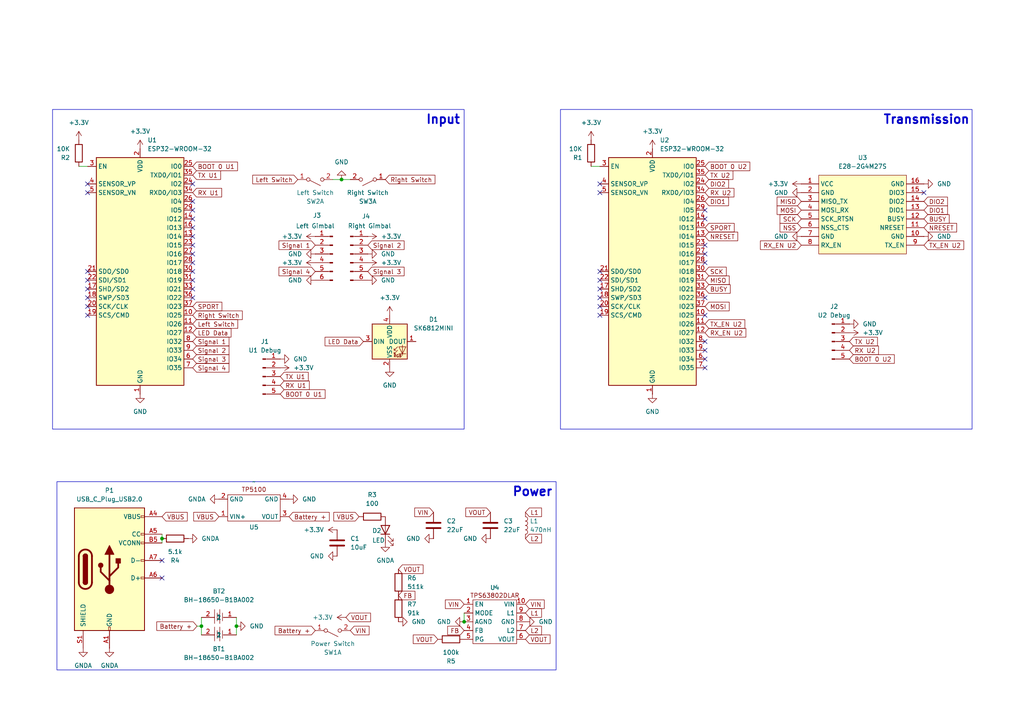
<source format=kicad_sch>
(kicad_sch (version 20250114) (generator "eeschema") (generator_version "9.0")
  (paper "A4")
  (title_block (title "Tadpole FPV Drone Transmitter") (date "2025-06-23") (company "Logan Peterson"))
  (lib_symbols
    (symbol "Connector:Conn_01x05_Pin" (pin_names (offset 1.016) (hide yes))
      (property "Reference" "J" (at 0 7.62 0))
      (property "Value" "Conn_01x05_Pin" (at 0 -7.62 0))
      (symbol "Conn_01x05_Pin_1_1"
        (rectangle (start 0.8636 5.207) (end 0 4.953) (stroke (width 0.1524)) (fill (type outline)))
        (rectangle (start 0.8636 2.667) (end 0 2.413) (stroke (width 0.1524)) (fill (type outline)))
        (rectangle (start 0.8636 0.127) (end 0 -0.127) (stroke (width 0.1524)) (fill (type outline)))
        (rectangle (start 0.8636 -2.413) (end 0 -2.667) (stroke (width 0.1524)) (fill (type outline)))
        (rectangle (start 0.8636 -4.953) (end 0 -5.207) (stroke (width 0.1524)) (fill (type outline)))
        (polyline (pts (xy 1.27 5.08) (xy 0.8636 5.08)) (stroke (width 0.1524)))
        (polyline (pts (xy 1.27 2.54) (xy 0.8636 2.54)) (stroke (width 0.1524)))
        (polyline (pts (xy 1.27 0) (xy 0.8636 0)) (stroke (width 0.1524)))
        (polyline (pts (xy 1.27 -2.54) (xy 0.8636 -2.54)) (stroke (width 0.1524)))
        (polyline (pts (xy 1.27 -5.08) (xy 0.8636 -5.08)) (stroke (width 0.1524)))
        (pin passive line (at 5.08 5.08 180) (length 3.81) (name "Pin_1") (number "1"))
        (pin passive line (at 5.08 2.54 180) (length 3.81) (name "Pin_2") (number "2"))
        (pin passive line (at 5.08 0 180) (length 3.81) (name "Pin_3") (number "3"))
        (pin passive line (at 5.08 -2.54 180) (length 3.81) (name "Pin_4") (number "4"))
        (pin passive line (at 5.08 -5.08 180) (length 3.81) (name "Pin_5") (number "5"))
      )
    )
    (symbol "Connector:Conn_01x06_Pin" (pin_names (offset 1.016) (hide yes))
      (property "Reference" "J" (at 0 7.62 0))
      (property "Value" "Conn_01x06_Pin" (at 0 -10.16 0))
      (symbol "Conn_01x06_Pin_1_1"
        (rectangle (start 0.8636 5.207) (end 0 4.953) (stroke (width 0.1524)) (fill (type outline)))
        (rectangle (start 0.8636 2.667) (end 0 2.413) (stroke (width 0.1524)) (fill (type outline)))
        (rectangle (start 0.8636 0.127) (end 0 -0.127) (stroke (width 0.1524)) (fill (type outline)))
        (rectangle (start 0.8636 -2.413) (end 0 -2.667) (stroke (width 0.1524)) (fill (type outline)))
        (rectangle (start 0.8636 -4.953) (end 0 -5.207) (stroke (width 0.1524)) (fill (type outline)))
        (rectangle (start 0.8636 -7.493) (end 0 -7.747) (stroke (width 0.1524)) (fill (type outline)))
        (polyline (pts (xy 1.27 5.08) (xy 0.8636 5.08)) (stroke (width 0.1524)))
        (polyline (pts (xy 1.27 2.54) (xy 0.8636 2.54)) (stroke (width 0.1524)))
        (polyline (pts (xy 1.27 0) (xy 0.8636 0)) (stroke (width 0.1524)))
        (polyline (pts (xy 1.27 -2.54) (xy 0.8636 -2.54)) (stroke (width 0.1524)))
        (polyline (pts (xy 1.27 -5.08) (xy 0.8636 -5.08)) (stroke (width 0.1524)))
        (polyline (pts (xy 1.27 -7.62) (xy 0.8636 -7.62)) (stroke (width 0.1524)))
        (pin passive line (at 5.08 5.08 180) (length 3.81) (name "Pin_1") (number "1"))
        (pin passive line (at 5.08 2.54 180) (length 3.81) (name "Pin_2") (number "2"))
        (pin passive line (at 5.08 0 180) (length 3.81) (name "Pin_3") (number "3"))
        (pin passive line (at 5.08 -2.54 180) (length 3.81) (name "Pin_4") (number "4"))
        (pin passive line (at 5.08 -5.08 180) (length 3.81) (name "Pin_5") (number "5"))
        (pin passive line (at 5.08 -7.62 180) (length 3.81) (name "Pin_6") (number "6"))
      )
    )
    (symbol "Connector:USB_C_Plug_USB2.0" (pin_names (offset 1.016))
      (property "Reference" "P" (at -10.16 19.05 0))
      (property "Value" "USB_C_Plug_USB2.0" (at 12.7 19.05 0))
      (symbol "USB_C_Plug_USB2.0_0_0"
        (rectangle (start -0.254 -17.78) (end 0.254 -16.764))
        (rectangle (start 10.16 15.494) (end 9.144 14.986))
        (rectangle (start 10.16 10.414) (end 9.144 9.906))
        (rectangle (start 10.16 7.874) (end 9.144 7.366))
        (rectangle (start 10.16 2.794) (end 9.144 2.286))
        (rectangle (start 10.16 -2.286) (end 9.144 -2.794))
      )
      (symbol "USB_C_Plug_USB2.0_0_1"
        (rectangle (start -10.16 17.78) (end 10.16 -17.78) (stroke (width 0.254)) (fill (type background)))
        (polyline (pts (xy -8.89 -3.81) (xy -8.89 3.81)) (stroke (width 0.508)))
        (rectangle (start -7.62 -3.81) (end -6.35 3.81) (stroke (width 0.254)) (fill (type outline)))
        (arc (start -7.62 3.81) (mid -6.985 4.4423) (end -6.35 3.81) (stroke (width 0.254)))
        (arc (start -7.62 3.81) (mid -6.985 4.4423) (end -6.35 3.81) (stroke (width 0.254)) (fill (type outline)))
        (arc (start -8.89 3.81) (mid -6.985 5.7067) (end -5.08 3.81) (stroke (width 0.508)))
        (arc (start -5.08 -3.81) (mid -6.985 -5.7067) (end -8.89 -3.81) (stroke (width 0.508)))
        (arc (start -6.35 -3.81) (mid -6.985 -4.4423) (end -7.62 -3.81) (stroke (width 0.254)))
        (arc (start -6.35 -3.81) (mid -6.985 -4.4423) (end -7.62 -3.81) (stroke (width 0.254)) (fill (type outline)))
        (polyline (pts (xy -5.08 3.81) (xy -5.08 -3.81)) (stroke (width 0.508)))
        (circle (center -2.54 1.143) (radius 0.635) (stroke (width 0.254)) (fill (type outline)))
        (polyline (pts (xy -1.27 4.318) (xy 0 6.858) (xy 1.27 4.318) (xy -1.27 4.318)) (stroke (width 0.254)) (fill (type outline)))
        (polyline (pts (xy 0 -2.032) (xy 2.54 0.508) (xy 2.54 1.778)) (stroke (width 0.508)))
        (polyline (pts (xy 0 -3.302) (xy -2.54 -0.762) (xy -2.54 0.508)) (stroke (width 0.508)))
        (polyline (pts (xy 0 -5.842) (xy 0 4.318)) (stroke (width 0.508)))
        (circle (center 0 -5.842) (radius 1.27) (fill (type outline)))
        (rectangle (start 1.905 1.778) (end 3.175 3.048) (stroke (width 0.254)) (fill (type outline)))
      )
      (symbol "USB_C_Plug_USB2.0_1_1"
        (pin passive line (at -7.62 -22.86 90) (length 5.08) (name "SHIELD") (number "S1"))
        (pin passive line (at 0 -22.86 90) (length 5.08) (name "GND") (number "A1"))
        (pin passive line (at 0 -22.86 90) (length 5.08) (hide yes) (name "GND") (number "A12"))
        (pin passive line (at 0 -22.86 90) (length 5.08) (hide yes) (name "GND") (number "B1"))
        (pin passive line (at 0 -22.86 90) (length 5.08) (hide yes) (name "GND") (number "B12"))
        (pin passive line (at 15.24 15.24 180) (length 5.08) (name "VBUS") (number "A4"))
        (pin passive line (at 15.24 15.24 180) (length 5.08) (hide yes) (name "VBUS") (number "A9"))
        (pin passive line (at 15.24 15.24 180) (length 5.08) (hide yes) (name "VBUS") (number "B4"))
        (pin passive line (at 15.24 15.24 180) (length 5.08) (hide yes) (name "VBUS") (number "B9"))
        (pin bidirectional line (at 15.24 10.16 180) (length 5.08) (name "CC") (number "A5"))
        (pin bidirectional line (at 15.24 7.62 180) (length 5.08) (name "VCONN") (number "B5"))
        (pin bidirectional line (at 15.24 2.54 180) (length 5.08) (name "D-") (number "A7"))
        (pin bidirectional line (at 15.24 -2.54 180) (length 5.08) (name "D+") (number "A6"))
      )
    )
    (symbol "Custom:BH-18650-B1BA002"
      (property "Reference" "BT" (at 0 5.08 0))
      (property "Value" "BH-18650-B1BA002" (at 0 -5.08 0))
      (symbol "BH-18650-B1BA002_0_1"
        (polyline (pts (xy -1.27 2.29) (xy -1.27 -1.78)))
        (polyline (pts (xy -0.51 1.27) (xy -0.51 -1.02)))
        (polyline (pts (xy 0.25 2.29) (xy 0.25 -1.78)))
        (polyline (pts (xy 1.02 1.27) (xy 1.02 -1.02)))
        (pin input line (at -5.08 0 0) (length 3.81) (name "2") (number "2"))
        (pin input line (at 5.08 0 180) (length 3.81) (name "1") (number "1"))
      )
    )
    (symbol "Custom:E28-2G4M27S"
      (property "Reference" "U" (at 0 10.16 0))
      (property "Value" "E28-2G4M27S" (at 0 -17.78 0))
      (symbol "E28-2G4M27S_0_1"
        (rectangle (start -12.7 7.62) (end 12.7 -15.24) (fill (type background)))
        (pin unspecified line (at -17.78 5.08 0) (length 5.08) (name "VCC") (number "1"))
        (pin unspecified line (at -17.78 2.54 0) (length 5.08) (name "GND") (number "2"))
        (pin unspecified line (at -17.78 0 0) (length 5.08) (name "MISO_TX") (number "3"))
        (pin unspecified line (at -17.78 -2.54 0) (length 5.08) (name "MOSI_RX") (number "4"))
        (pin unspecified line (at -17.78 -5.08 0) (length 5.08) (name "SCK_RTSN") (number "5"))
        (pin unspecified line (at -17.78 -7.62 0) (length 5.08) (name "NSS_CTS") (number "6"))
        (pin unspecified line (at -17.78 -10.16 0) (length 5.08) (name "GND") (number "7"))
        (pin unspecified line (at -17.78 -12.7 0) (length 5.08) (name "RX_EN") (number "8"))
        (pin unspecified line (at 17.78 5.08 180) (length 5.08) (name "GND") (number "16"))
        (pin unspecified line (at 17.78 2.54 180) (length 5.08) (name "DIO3") (number "15"))
        (pin unspecified line (at 17.78 0 180) (length 5.08) (name "DIO2") (number "14"))
        (pin unspecified line (at 17.78 -2.54 180) (length 5.08) (name "DIO1") (number "13"))
        (pin unspecified line (at 17.78 -5.08 180) (length 5.08) (name "BUSY") (number "12"))
        (pin unspecified line (at 17.78 -7.62 180) (length 5.08) (name "NRESET") (number "11"))
        (pin unspecified line (at 17.78 -10.16 180) (length 5.08) (name "GND") (number "10"))
        (pin unspecified line (at 17.78 -12.7 180) (length 5.08) (name "TX_EN") (number "9"))
      )
    )
    (symbol "Custom:TP5100"
      (property "Reference" "U" (at -8.89 0.762 0))
      (symbol "TP5100_0_1"
        (rectangle (start -7.62 3.81) (end 7.62 -3.81))
      )
      (symbol "TP5100_1_1"
        (text "TP5100" (at 0 5.334 0) (effects (font (size 1.27 1.27))))
        (pin power_in line (at -10.16 2.54 0) (length 2.54) (name "GND") (number "2"))
        (pin power_in line (at -10.16 -2.54 0) (length 2.54) (name "VIN+") (number "1"))
        (pin power_out line (at 10.16 2.54 180) (length 2.54) (name "GND") (number "4"))
        (pin power_out line (at 10.16 -2.54 180) (length 2.54) (name "VOUT") (number "3"))
      )
    )
    (symbol "Custom:TPS63802DLAR"
      (property "Reference" "U" (at 0 7.112 0))
      (symbol "TPS63802DLAR_0_1"
        (rectangle (start -6.35 3.81) (end 6.35 -8.89))
      )
      (symbol "TPS63802DLAR_1_1"
        (text "TPS63802DLAR" (at 0 5.08 0) (effects (font (size 1.27 1.27))))
        (pin input line (at -8.89 2.54 0) (length 2.54) (name "EN") (number "1"))
        (pin input line (at -8.89 0 0) (length 2.54) (name "MODE") (number "2"))
        (pin bidirectional line (at -8.89 -2.54 0) (length 2.54) (name "AGND") (number "3"))
        (pin bidirectional line (at -8.89 -5.08 0) (length 2.54) (name "FB") (number "4"))
        (pin bidirectional line (at -8.89 -7.62 0) (length 2.54) (name "PG") (number "5"))
        (pin power_in line (at 8.89 2.54 180) (length 2.54) (name "VIN") (number "10"))
        (pin bidirectional line (at 8.89 0 180) (length 2.54) (name "L1") (number "9"))
        (pin bidirectional line (at 8.89 -2.54 180) (length 2.54) (name "GND") (number "8"))
        (pin bidirectional line (at 8.89 -5.08 180) (length 2.54) (name "L2") (number "7"))
        (pin power_out line (at 8.89 -7.62 180) (length 2.54) (name "VOUT") (number "6"))
      )
    )
    (symbol "Device:C" (pin_numbers (hide yes)) (pin_names (offset 0.254))
      (property "Reference" "C" (at 0.635 2.54 0))
      (property "Value" "C" (at 0.635 -2.54 0))
      (symbol "C_0_1"
        (polyline (pts (xy -2.032 0.762) (xy 2.032 0.762)) (stroke (width 0.508)))
        (polyline (pts (xy -2.032 -0.762) (xy 2.032 -0.762)) (stroke (width 0.508)))
      )
      (symbol "C_1_1"
        (pin passive line (at 0 3.81 270) (length 2.794) (name "~") (number "1"))
        (pin passive line (at 0 -3.81 90) (length 2.794) (name "~") (number "2"))
      )
    )
    (symbol "Device:L" (pin_numbers (hide yes)) (pin_names (offset 1.016) (hide yes))
      (property "Reference" "L" (at -1.27 0 90))
      (property "Value" "L" (at 1.905 0 90))
      (symbol "L_0_1"
        (arc (start 0 2.54) (mid 0.6323 1.905) (end 0 1.27))
        (arc (start 0 1.27) (mid 0.6323 0.635) (end 0 0))
        (arc (start 0 0) (mid 0.6323 -0.635) (end 0 -1.27))
        (arc (start 0 -1.27) (mid 0.6323 -1.905) (end 0 -2.54))
      )
      (symbol "L_1_1"
        (pin passive line (at 0 3.81 270) (length 1.27) (name "1") (number "1"))
        (pin passive line (at 0 -3.81 90) (length 1.27) (name "2") (number "2"))
      )
    )
    (symbol "Device:LED" (pin_numbers (hide yes)) (pin_names (offset 1.016) (hide yes))
      (property "Reference" "D" (at 0 2.54 0))
      (property "Value" "LED" (at 0 -2.54 0))
      (symbol "LED_0_1"
        (polyline (pts (xy -3.048 -0.762) (xy -4.572 -2.286) (xy -3.81 -2.286) (xy -4.572 -2.286) (xy -4.572 -1.524)))
        (polyline (pts (xy -1.778 -0.762) (xy -3.302 -2.286) (xy -2.54 -2.286) (xy -3.302 -2.286) (xy -3.302 -1.524)))
        (polyline (pts (xy -1.27 0) (xy 1.27 0)))
        (polyline (pts (xy -1.27 -1.27) (xy -1.27 1.27)) (stroke (width 0.254)))
        (polyline (pts (xy 1.27 -1.27) (xy 1.27 1.27) (xy -1.27 0) (xy 1.27 -1.27)) (stroke (width 0.254)))
      )
      (symbol "LED_1_1"
        (pin passive line (at -3.81 0 0) (length 2.54) (name "K") (number "1"))
        (pin passive line (at 3.81 0 180) (length 2.54) (name "A") (number "2"))
      )
    )
    (symbol "Device:R" (pin_numbers (hide yes)) (pin_names (offset 0))
      (property "Reference" "R" (at 2.032 0 90))
      (property "Value" "R" (at 0 0 90))
      (symbol "R_0_1"
        (rectangle (start -1.016 -2.54) (end 1.016 2.54) (stroke (width 0.254)))
      )
      (symbol "R_1_1"
        (pin passive line (at 0 3.81 270) (length 1.27) (name "~") (number "1"))
        (pin passive line (at 0 -3.81 90) (length 1.27) (name "~") (number "2"))
      )
    )
    (symbol "LED:SK6812MINI" (pin_names (offset 0.254))
      (property "Reference" "D" (at 5.08 5.715 0))
      (property "Value" "SK6812MINI" (at 1.27 -5.715 0))
      (symbol "SK6812MINI_0_0"
        (text "RGB" (at 2.286 -4.191 0) (effects (font (size 0.762 0.762))))
      )
      (symbol "SK6812MINI_0_1"
        (polyline (pts (xy 1.27 -2.54) (xy 1.778 -2.54)))
        (polyline (pts (xy 1.27 -3.556) (xy 1.778 -3.556)))
        (polyline (pts (xy 2.286 -1.524) (xy 1.27 -2.54) (xy 1.27 -2.032)))
        (polyline (pts (xy 2.286 -2.54) (xy 1.27 -3.556) (xy 1.27 -3.048)))
        (polyline (pts (xy 3.683 -1.016) (xy 3.683 -3.556) (xy 3.683 -4.064)))
        (polyline (pts (xy 4.699 -1.524) (xy 2.667 -1.524) (xy 3.683 -3.556) (xy 4.699 -1.524)))
        (polyline (pts (xy 4.699 -3.556) (xy 2.667 -3.556)))
        (rectangle (start 5.08 5.08) (end -5.08 -5.08) (stroke (width 0.254)) (fill (type background)))
      )
      (symbol "SK6812MINI_1_1"
        (pin input line (at -7.62 0 0) (length 2.54) (name "DIN") (number "3"))
        (pin power_in line (at 0 7.62 270) (length 2.54) (name "VDD") (number "4"))
        (pin power_in line (at 0 -7.62 90) (length 2.54) (name "VSS") (number "2"))
        (pin output line (at 7.62 0 180) (length 2.54) (name "DOUT") (number "1"))
      )
    )
    (symbol "RF_Module:ESP32-WROOM-32"
      (property "Reference" "U" (at -12.7 34.29 0))
      (property "Value" "ESP32-WROOM-32" (at 1.27 34.29 0))
      (symbol "ESP32-WROOM-32_0_1"
        (rectangle (start -12.7 33.02) (end 12.7 -33.02) (stroke (width 0.254)) (fill (type background)))
      )
      (symbol "ESP32-WROOM-32_1_1"
        (pin input line (at -15.24 30.48 0) (length 2.54) (name "EN") (number "3"))
        (pin input line (at -15.24 25.4 0) (length 2.54) (name "SENSOR_VP") (number "4"))
        (pin input line (at -15.24 22.86 0) (length 2.54) (name "SENSOR_VN") (number "5"))
        (pin bidirectional line (at -15.24 0 0) (length 2.54) (name "SDO/SD0") (number "21"))
        (pin bidirectional line (at -15.24 -2.54 0) (length 2.54) (name "SDI/SD1") (number "22"))
        (pin bidirectional line (at -15.24 -5.08 0) (length 2.54) (name "SHD/SD2") (number "17"))
        (pin bidirectional line (at -15.24 -7.62 0) (length 2.54) (name "SWP/SD3") (number "18"))
        (pin bidirectional line (at -15.24 -10.16 0) (length 2.54) (name "SCK/CLK") (number "20"))
        (pin bidirectional line (at -15.24 -12.7 0) (length 2.54) (name "SCS/CMD") (number "19"))
        (pin no_connect line (at -12.7 -27.94 0) (length 2.54) (hide yes) (name "NC") (number "32"))
        (pin power_in line (at 0 35.56 270) (length 2.54) (name "VDD") (number "2"))
        (pin power_in line (at 0 -35.56 90) (length 2.54) (name "GND") (number "1"))
        (pin passive line (at 0 -35.56 90) (length 2.54) (hide yes) (name "GND") (number "15"))
        (pin passive line (at 0 -35.56 90) (length 2.54) (hide yes) (name "GND") (number "38"))
        (pin passive line (at 0 -35.56 90) (length 2.54) (hide yes) (name "GND") (number "39"))
        (pin bidirectional line (at 15.24 30.48 180) (length 2.54) (name "IO0") (number "25"))
        (pin bidirectional line (at 15.24 27.94 180) (length 2.54) (name "TXD0/IO1") (number "35"))
        (pin bidirectional line (at 15.24 25.4 180) (length 2.54) (name "IO2") (number "24"))
        (pin bidirectional line (at 15.24 22.86 180) (length 2.54) (name "RXD0/IO3") (number "34"))
        (pin bidirectional line (at 15.24 20.32 180) (length 2.54) (name "IO4") (number "26"))
        (pin bidirectional line (at 15.24 17.78 180) (length 2.54) (name "IO5") (number "29"))
        (pin bidirectional line (at 15.24 15.24 180) (length 2.54) (name "IO12") (number "14"))
        (pin bidirectional line (at 15.24 12.7 180) (length 2.54) (name "IO13") (number "16"))
        (pin bidirectional line (at 15.24 10.16 180) (length 2.54) (name "IO14") (number "13"))
        (pin bidirectional line (at 15.24 7.62 180) (length 2.54) (name "IO15") (number "23"))
        (pin bidirectional line (at 15.24 5.08 180) (length 2.54) (name "IO16") (number "27"))
        (pin bidirectional line (at 15.24 2.54 180) (length 2.54) (name "IO17") (number "28"))
        (pin bidirectional line (at 15.24 0 180) (length 2.54) (name "IO18") (number "30"))
        (pin bidirectional line (at 15.24 -2.54 180) (length 2.54) (name "IO19") (number "31"))
        (pin bidirectional line (at 15.24 -5.08 180) (length 2.54) (name "IO21") (number "33"))
        (pin bidirectional line (at 15.24 -7.62 180) (length 2.54) (name "IO22") (number "36"))
        (pin bidirectional line (at 15.24 -10.16 180) (length 2.54) (name "IO23") (number "37"))
        (pin bidirectional line (at 15.24 -12.7 180) (length 2.54) (name "IO25") (number "10"))
        (pin bidirectional line (at 15.24 -15.24 180) (length 2.54) (name "IO26") (number "11"))
        (pin bidirectional line (at 15.24 -17.78 180) (length 2.54) (name "IO27") (number "12"))
        (pin bidirectional line (at 15.24 -20.32 180) (length 2.54) (name "IO32") (number "8"))
        (pin bidirectional line (at 15.24 -22.86 180) (length 2.54) (name "IO33") (number "9"))
        (pin input line (at 15.24 -25.4 180) (length 2.54) (name "IO34") (number "6"))
        (pin input line (at 15.24 -27.94 180) (length 2.54) (name "IO35") (number "7"))
      )
    )
    (symbol "Switch:SW_DPST_x2" (pin_names (offset 0) (hide yes))
      (property "Reference" "SW" (at 0 3.175 0))
      (property "Value" "SW_DPST_x2" (at 0 -2.54 0))
      (symbol "SW_DPST_x2_0_0"
        (circle (center -2.032 0) (radius 0.508))
        (polyline (pts (xy -1.524 0.254) (xy 1.524 1.778)))
        (circle (center 2.032 0) (radius 0.508))
      )
      (symbol "SW_DPST_x2_1_1"
        (pin passive line (at -5.08 0 0) (length 2.54) (name "A") (number "1"))
        (pin passive line (at 5.08 0 180) (length 2.54) (name "B") (number "2"))
      )
      (symbol "SW_DPST_x2_2_1"
        (pin passive line (at -5.08 0 0) (length 2.54) (name "A") (number "3"))
        (pin passive line (at 5.08 0 180) (length 2.54) (name "B") (number "4"))
      )
    )
    (symbol "power:+3.3V" (power) (pin_numbers (hide yes)) (pin_names (offset 0) (hide yes))
      (property "Value" "+3.3V" (at 0 3.556 0))
      (symbol "+3.3V_0_1"
        (polyline (pts (xy -0.762 1.27) (xy 0 2.54)))
        (polyline (pts (xy 0 2.54) (xy 0.762 1.27)))
        (polyline (pts (xy 0 0) (xy 0 2.54)))
      )
      (symbol "+3.3V_1_1"
        (pin power_in line (at 0 0 90) (length 0) (name "~") (number "1"))
      )
    )
    (symbol "power:GND" (power) (pin_numbers (hide yes)) (pin_names (offset 0) (hide yes))
      (property "Value" "GND" (at 0 -3.81 0))
      (symbol "GND_0_1"
        (polyline (pts (xy 0 0) (xy 0 -1.27) (xy 1.27 -1.27) (xy 0 -2.54) (xy -1.27 -1.27) (xy 0 -1.27)))
      )
      (symbol "GND_1_1"
        (pin power_in line (at 0 0 270) (length 0) (name "~") (number "1"))
      )
    )
    (symbol "power:GNDA" (power) (pin_numbers (hide yes)) (pin_names (offset 0) (hide yes))
      (property "Value" "GNDA" (at 0 -3.81 0))
      (symbol "GNDA_0_1"
        (polyline (pts (xy 0 0) (xy 0 -1.27) (xy 1.27 -1.27) (xy 0 -2.54) (xy -1.27 -1.27) (xy 0 -1.27)))
      )
      (symbol "GNDA_1_1"
        (pin power_in line (at 0 0 270) (length 0) (name "~") (number "1"))
      )
    )
  )
  (rectangle (start 16.51 139.7) (end 161.29 194.31))
  (rectangle (start 15.24 31.75) (end 134.62 124.46))
  (rectangle (start 162.56 31.75) (end 281.94 124.46))
  (text "Transmission\n" (at 268.732 34.798 0) (effects (font (size 2.54 2.54) (thickness 0.508) (bold yes))))
  (text "Input" (at 128.524 34.798 0) (effects (font (size 2.54 2.54) (thickness 0.508) (bold yes))))
  (text "Power" (at 154.432 142.748 0) (effects (font (size 2.54 2.54) (thickness 0.508) (bold yes))))
  (junction (at 46.99 156.21))
  (junction (at 99.06 52.07))
  (junction (at 134.62 180.34))
  (junction (at 58.42 181.61))
  (junction (at 68.58 181.61))
  (no_connect (at 55.88 78.74))
  (no_connect (at 204.47 101.6))
  (no_connect (at 173.99 86.36))
  (no_connect (at 173.99 91.44))
  (no_connect (at 55.88 63.5))
  (no_connect (at 25.4 88.9))
  (no_connect (at 55.88 71.12))
  (no_connect (at 55.88 68.58))
  (no_connect (at 55.88 86.36))
  (no_connect (at 173.99 78.74))
  (no_connect (at 204.47 76.2))
  (no_connect (at 25.4 53.34))
  (no_connect (at 173.99 88.9))
  (no_connect (at 25.4 86.36))
  (no_connect (at 55.88 58.42))
  (no_connect (at 204.47 91.44))
  (no_connect (at 25.4 55.88))
  (no_connect (at 173.99 53.34))
  (no_connect (at 204.47 104.14))
  (no_connect (at 55.88 66.04))
  (no_connect (at 25.4 81.28))
  (no_connect (at 204.47 99.06))
  (no_connect (at 204.47 86.36))
  (no_connect (at 173.99 81.28))
  (no_connect (at 204.47 106.68))
  (no_connect (at 55.88 76.2))
  (no_connect (at 55.88 60.96))
  (no_connect (at 55.88 73.66))
  (no_connect (at 173.99 83.82))
  (no_connect (at 46.99 167.64))
  (no_connect (at 204.47 73.66))
  (no_connect (at 25.4 78.74))
  (no_connect (at 204.47 71.12))
  (no_connect (at 25.4 91.44))
  (no_connect (at 173.99 55.88))
  (no_connect (at 46.99 162.56))
  (no_connect (at 55.88 83.82))
  (no_connect (at 204.47 63.5))
  (no_connect (at 25.4 83.82))
  (no_connect (at 204.47 60.96))
  (no_connect (at 267.97 55.88))
  (no_connect (at 55.88 53.34))
  (no_connect (at 55.88 81.28))
  (wire (pts (xy 58.42 181.61) (xy 58.42 184.15)))
  (wire (pts (xy 57.15 181.61) (xy 58.42 181.61)))
  (wire (pts (xy 46.99 156.21) (xy 46.99 157.48)))
  (wire (pts (xy 68.58 179.07) (xy 68.58 181.61)))
  (wire (pts (xy 134.62 177.8) (xy 134.62 180.34)))
  (wire (pts (xy 96.52 52.07) (xy 99.06 52.07)))
  (wire (pts (xy 68.58 181.61) (xy 68.58 184.15)))
  (wire (pts (xy 58.42 179.07) (xy 58.42 181.61)))
  (wire (pts (xy 46.99 154.94) (xy 46.99 156.21)))
  (wire (pts (xy 22.86 48.26) (xy 25.4 48.26)))
  (wire (pts (xy 99.06 52.07) (xy 101.6 52.07)))
  (wire (pts (xy 171.45 48.26) (xy 173.99 48.26)))
  (global_label "VOUT" (shape input) (at 100.33 179.07 0) (property "Intersheetrefs" "${INTERSHEET_REFS}" (effects (hide yes))))
  (global_label "Signal 2" (shape input) (at 55.88 101.6 0) (property "Intersheetrefs" "${INTERSHEET_REFS}" (effects (hide yes))))
  (global_label "Left Switch" (shape input) (at 55.88 93.98 0) (property "Intersheetrefs" "${INTERSHEET_REFS}" (effects (hide yes))))
  (global_label "BOOT 0 U1" (shape input) (at 55.88 48.26 0) (property "Intersheetrefs" "${INTERSHEET_REFS}" (effects (hide yes))))
  (global_label "LED Data" (shape input) (at 55.88 96.52 0) (property "Intersheetrefs" "${INTERSHEET_REFS}" (effects (hide yes))))
  (global_label "FB" (shape input) (at 115.57 172.72 0) (property "Intersheetrefs" "${INTERSHEET_REFS}" (effects (hide yes))))
  (global_label "TX_EN U2" (shape input) (at 204.47 93.98 0) (property "Intersheetrefs" "${INTERSHEET_REFS}" (effects (hide yes))))
  (global_label "Signal 1" (shape input) (at 55.88 99.06 0) (property "Intersheetrefs" "${INTERSHEET_REFS}" (effects (hide yes))))
  (global_label "RX_EN U2" (shape input) (at 232.41 71.12 180) (property "Intersheetrefs" "${INTERSHEET_REFS}" (effects (hide yes))))
  (global_label "DIO1" (shape input) (at 204.47 58.42 0) (property "Intersheetrefs" "${INTERSHEET_REFS}" (effects (hide yes))))
  (global_label "BUSY" (shape input) (at 267.97 63.5 0) (property "Intersheetrefs" "${INTERSHEET_REFS}" (effects (hide yes))))
  (global_label "VOUT" (shape input) (at 115.57 165.1 0) (property "Intersheetrefs" "${INTERSHEET_REFS}" (effects (hide yes))))
  (global_label "BOOT 0 U2" (shape input) (at 246.38 104.14 0) (property "Intersheetrefs" "${INTERSHEET_REFS}" (effects (hide yes))))
  (global_label "VIN" (shape input) (at 134.62 175.26 180) (property "Intersheetrefs" "${INTERSHEET_REFS}" (effects (hide yes))))
  (global_label "RX U1" (shape input) (at 55.88 55.88 0) (property "Intersheetrefs" "${INTERSHEET_REFS}" (effects (hide yes))))
  (global_label "BOOT 0 U1" (shape input) (at 81.28 114.3 0) (property "Intersheetrefs" "${INTERSHEET_REFS}" (effects (hide yes))))
  (global_label "L1" (shape input) (at 152.4 177.8 0) (property "Intersheetrefs" "${INTERSHEET_REFS}" (effects (hide yes))))
  (global_label "Battery +" (shape input) (at 57.15 181.61 180) (property "Intersheetrefs" "${INTERSHEET_REFS}" (effects (hide yes))))
  (global_label "DIO1" (shape input) (at 267.97 60.96 0) (property "Intersheetrefs" "${INTERSHEET_REFS}" (effects (hide yes))))
  (global_label "TX U1" (shape input) (at 81.28 109.22 0) (property "Intersheetrefs" "${INTERSHEET_REFS}" (effects (hide yes))))
  (global_label "L1" (shape input) (at 152.4 148.59 0) (property "Intersheetrefs" "${INTERSHEET_REFS}" (effects (hide yes))))
  (global_label "SCK" (shape input) (at 232.41 63.5 180) (property "Intersheetrefs" "${INTERSHEET_REFS}" (effects (hide yes))))
  (global_label "SPORT" (shape input) (at 55.88 88.9 0) (property "Intersheetrefs" "${INTERSHEET_REFS}" (effects (hide yes))))
  (global_label "VBUS" (shape input) (at 46.99 149.86 0) (property "Intersheetrefs" "${INTERSHEET_REFS}" (effects (hide yes))))
  (global_label "Signal 3" (shape input) (at 55.88 104.14 0) (property "Intersheetrefs" "${INTERSHEET_REFS}" (effects (hide yes))))
  (global_label "RX U2" (shape input) (at 246.38 101.6 0) (property "Intersheetrefs" "${INTERSHEET_REFS}" (effects (hide yes))))
  (global_label "BUSY" (shape input) (at 204.47 83.82 0) (property "Intersheetrefs" "${INTERSHEET_REFS}" (effects (hide yes))))
  (global_label "VOUT" (shape input) (at 142.24 148.59 180) (property "Intersheetrefs" "${INTERSHEET_REFS}" (effects (hide yes))))
  (global_label "VOUT" (shape input) (at 127 185.42 180) (property "Intersheetrefs" "${INTERSHEET_REFS}" (effects (hide yes))))
  (global_label "MISO" (shape input) (at 232.41 58.42 180) (property "Intersheetrefs" "${INTERSHEET_REFS}" (effects (hide yes))))
  (global_label "DIO2" (shape input) (at 204.47 53.34 0) (property "Intersheetrefs" "${INTERSHEET_REFS}" (effects (hide yes))))
  (global_label "VOUT" (shape input) (at 152.4 185.42 0) (property "Intersheetrefs" "${INTERSHEET_REFS}" (effects (hide yes))))
  (global_label "Right Switch" (shape input) (at 111.76 52.07 0) (property "Intersheetrefs" "${INTERSHEET_REFS}" (effects (hide yes))))
  (global_label "VBUS" (shape input) (at 104.14 149.86 180) (property "Intersheetrefs" "${INTERSHEET_REFS}" (effects (hide yes))))
  (global_label "Right Switch" (shape input) (at 55.88 91.44 0) (property "Intersheetrefs" "${INTERSHEET_REFS}" (effects (hide yes))))
  (global_label "L2" (shape input) (at 152.4 156.21 0) (property "Intersheetrefs" "${INTERSHEET_REFS}" (effects (hide yes))))
  (global_label "Signal 2" (shape input) (at 106.68 71.12 0) (property "Intersheetrefs" "${INTERSHEET_REFS}" (effects (hide yes))))
  (global_label "VIN" (shape input) (at 125.73 148.59 180) (property "Intersheetrefs" "${INTERSHEET_REFS}" (effects (hide yes))))
  (global_label "TX U1" (shape input) (at 55.88 50.8 0) (property "Intersheetrefs" "${INTERSHEET_REFS}" (effects (hide yes))))
  (global_label "FB" (shape input) (at 134.62 182.88 180) (property "Intersheetrefs" "${INTERSHEET_REFS}" (effects (hide yes))))
  (global_label "VIN" (shape input) (at 101.6 182.88 0) (property "Intersheetrefs" "${INTERSHEET_REFS}" (effects (hide yes))))
  (global_label "BOOT 0 U2" (shape input) (at 204.47 48.26 0) (property "Intersheetrefs" "${INTERSHEET_REFS}" (effects (hide yes))))
  (global_label "Battery +" (shape input) (at 91.44 182.88 180) (property "Intersheetrefs" "${INTERSHEET_REFS}" (effects (hide yes))))
  (global_label "TX U2" (shape input) (at 246.38 99.06 0) (property "Intersheetrefs" "${INTERSHEET_REFS}" (effects (hide yes))))
  (global_label "Signal 4" (shape input) (at 91.44 78.74 180) (property "Intersheetrefs" "${INTERSHEET_REFS}" (effects (hide yes))))
  (global_label "DIO2" (shape input) (at 267.97 58.42 0) (property "Intersheetrefs" "${INTERSHEET_REFS}" (effects (hide yes))))
  (global_label "L2" (shape input) (at 152.4 182.88 0) (property "Intersheetrefs" "${INTERSHEET_REFS}" (effects (hide yes))))
  (global_label "VIN" (shape input) (at 152.4 175.26 0) (property "Intersheetrefs" "${INTERSHEET_REFS}" (effects (hide yes))))
  (global_label "Signal 3" (shape input) (at 106.68 78.74 0) (property "Intersheetrefs" "${INTERSHEET_REFS}" (effects (hide yes))))
  (global_label "MOSI" (shape input) (at 204.47 88.9 0) (property "Intersheetrefs" "${INTERSHEET_REFS}" (effects (hide yes))))
  (global_label "RX U1" (shape input) (at 81.28 111.76 0) (property "Intersheetrefs" "${INTERSHEET_REFS}" (effects (hide yes))))
  (global_label "RX U2" (shape input) (at 204.47 55.88 0) (property "Intersheetrefs" "${INTERSHEET_REFS}" (effects (hide yes))))
  (global_label "SPORT" (shape input) (at 204.47 66.04 0) (property "Intersheetrefs" "${INTERSHEET_REFS}" (effects (hide yes))))
  (global_label "Battery +" (shape input) (at 83.82 149.86 0) (property "Intersheetrefs" "${INTERSHEET_REFS}" (effects (hide yes))))
  (global_label "Signal 1" (shape input) (at 91.44 71.12 180) (property "Intersheetrefs" "${INTERSHEET_REFS}" (effects (hide yes))))
  (global_label "RX_EN U2" (shape input) (at 204.47 96.52 0) (property "Intersheetrefs" "${INTERSHEET_REFS}" (effects (hide yes))))
  (global_label "MOSI" (shape input) (at 232.41 60.96 180) (property "Intersheetrefs" "${INTERSHEET_REFS}" (effects (hide yes))))
  (global_label "TX U2" (shape input) (at 204.47 50.8 0) (property "Intersheetrefs" "${INTERSHEET_REFS}" (effects (hide yes))))
  (global_label "LED Data" (shape input) (at 105.41 99.06 180) (property "Intersheetrefs" "${INTERSHEET_REFS}" (effects (hide yes))))
  (global_label "Left Switch" (shape input) (at 86.36 52.07 180) (property "Intersheetrefs" "${INTERSHEET_REFS}" (effects (hide yes))))
  (global_label "TX_EN U2" (shape input) (at 267.97 71.12 0) (property "Intersheetrefs" "${INTERSHEET_REFS}" (effects (hide yes))))
  (global_label "VBUS" (shape input) (at 63.5 149.86 180) (property "Intersheetrefs" "${INTERSHEET_REFS}" (effects (hide yes))))
  (global_label "MISO" (shape input) (at 204.47 81.28 0) (property "Intersheetrefs" "${INTERSHEET_REFS}" (effects (hide yes))))
  (global_label "Signal 4" (shape input) (at 55.88 106.68 0) (property "Intersheetrefs" "${INTERSHEET_REFS}" (effects (hide yes))))
  (global_label "NRESET" (shape input) (at 204.47 68.58 0) (property "Intersheetrefs" "${INTERSHEET_REFS}" (effects (hide yes))))
  (global_label "NSS" (shape input) (at 232.41 66.04 180) (property "Intersheetrefs" "${INTERSHEET_REFS}" (effects (hide yes))))
  (global_label "NRESET" (shape input) (at 267.97 66.04 0) (property "Intersheetrefs" "${INTERSHEET_REFS}" (effects (hide yes))))
  (global_label "SCK" (shape input) (at 204.47 78.74 0) (property "Intersheetrefs" "${INTERSHEET_REFS}" (effects (hide yes))))
  (symbol (lib_id "power:+3.3V") (at 106.68 68.58 270) (unit 1)
    (property "Reference" "#PWR027" (effects (hide yes)))
    (property "Value" "+3.3V" (at 110.49 68.5799 90) (effects (justify left)))
    (property "Description" "Power symbol creates a global label with name \"+3.3V\"" (effects (hide yes)))
  )
  (symbol (lib_id "Device:L") (at 152.4 152.4 0) (unit 1)
    (property "Reference" "L1" (at 153.67 151.1299 0) (effects (justify left)))
    (property "Value" "470nH" (at 153.67 153.6699 0) (effects (justify left)))
    (property "Footprint" "Custom:IND-SMD_L4.0-W4.0_XGL4020" (effects (hide yes)))
    (property "Description" "Inductor" (effects (hide yes)))
  )
  (symbol (lib_id "power:GNDA") (at 31.75 187.96 0) (unit 1)
    (property "Reference" "#PWR04" (effects (hide yes)))
    (property "Value" "GNDA" (at 31.75 193.04 0))
    (property "Description" "Power symbol creates a global label with name \"GNDA\" , analog ground" (effects (hide yes)))
  )
  (symbol (lib_id "Custom:TPS63802DLAR") (at 143.51 177.8 0) (unit 1)
    (property "Reference" "U4" (at 143.51 170.434 0))
    (property "Value" "~" (at 143.51 170.18 0))
    (property "Footprint" "Custom:VSON-10_L3.0-W2.0-P0.50-TL" (effects (hide yes)))
  )
  (symbol (lib_id "Connector:USB_C_Plug_USB2.0") (at 31.75 165.1 0) (unit 1)
    (property "Reference" "P1" (at 31.75 142.24 0))
    (property "Value" "USB_C_Plug_USB2.0" (at 31.75 144.78 0))
    (property "Footprint" "Connector_USB:USB_C_Receptacle_GCT_USB4105-xx-A_16P_TopMnt_Horizontal" (effects (hide yes)))
    (property "Datasheet" "https://www.usb.org/sites/default/files/documents/usb_type-c.zip" (effects (hide yes)))
    (property "Description" "USB 2.0-only Type-C Plug connector" (effects (hide yes)))
  )
  (symbol (lib_id "power:GND") (at 134.62 180.34 270) (unit 1)
    (property "Reference" "#PWR038" (effects (hide yes)))
    (property "Value" "GND" (at 130.81 180.3399 90) (effects (justify right)))
    (property "Description" "Power symbol creates a global label with name \"GND\" , ground" (effects (hide yes)))
  )
  (symbol (lib_id "power:+3.3V") (at 246.38 96.52 270) (unit 1)
    (property "Reference" "#PWR017" (effects (hide yes)))
    (property "Value" "+3.3V" (at 250.19 96.5199 90) (effects (justify left)))
    (property "Description" "Power symbol creates a global label with name \"+3.3V\"" (effects (hide yes)))
  )
  (symbol (lib_id "power:GND") (at 99.06 52.07 180) (unit 1)
    (property "Reference" "#PWR035" (effects (hide yes)))
    (property "Value" "GND" (at 99.06 46.99 0))
    (property "Description" "Power symbol creates a global label with name \"GND\" , ground" (effects (hide yes)))
  )
  (symbol (lib_id "power:GND") (at 267.97 53.34 90) (unit 1)
    (property "Reference" "#PWR015" (effects (hide yes)))
    (property "Value" "GND" (at 271.78 53.3399 90) (effects (justify right)))
    (property "Description" "Power symbol creates a global label with name \"GND\" , ground" (effects (hide yes)))
  )
  (symbol (lib_id "power:GND") (at 91.44 73.66 270) (unit 1)
    (property "Reference" "#PWR030" (effects (hide yes)))
    (property "Value" "GND" (at 87.63 73.6599 90) (effects (justify right)))
    (property "Description" "Power symbol creates a global label with name \"GND\" , ground" (effects (hide yes)))
  )
  (symbol (lib_id "Device:R") (at 130.81 185.42 90) (mirror x) (unit 1)
    (property "Reference" "R5" (at 130.81 191.77 90))
    (property "Value" "100k" (at 130.81 189.23 90))
    (property "Footprint" "Resistor_SMD:R_0402_1005Metric" (effects (hide yes)))
    (property "Description" "Resistor" (effects (hide yes)))
  )
  (symbol (lib_id "Device:C") (at 97.79 157.48 0) (unit 1)
    (property "Reference" "C1" (at 101.6 156.2099 0) (effects (justify left)))
    (property "Value" "10uF" (at 101.6 158.7499 0) (effects (justify left)))
    (property "Footprint" "Capacitor_THT:CP_Radial_D5.0mm_P2.50mm" (effects (hide yes)))
    (property "Description" "Unpolarized capacitor" (effects (hide yes)))
  )
  (symbol (lib_id "power:+3.3V") (at 97.79 153.67 90) (unit 1)
    (property "Reference" "#PWR018" (effects (hide yes)))
    (property "Value" "+3.3V" (at 93.98 153.6699 90) (effects (justify left)))
    (property "Description" "Power symbol creates a global label with name \"+3.3V\"" (effects (hide yes)))
  )
  (symbol (lib_id "power:GND") (at 125.73 156.21 270) (unit 1)
    (property "Reference" "#PWR040" (effects (hide yes)))
    (property "Value" "GND" (at 121.92 156.2099 90) (effects (justify right)))
    (property "Description" "Power symbol creates a global label with name \"GND\" , ground" (effects (hide yes)))
  )
  (symbol (lib_id "power:GND") (at 106.68 81.28 90) (unit 1)
    (property "Reference" "#PWR032" (effects (hide yes)))
    (property "Value" "GND" (at 110.49 81.2799 90) (effects (justify right)))
    (property "Description" "Power symbol creates a global label with name \"GND\" , ground" (effects (hide yes)))
  )
  (symbol (lib_id "power:+3.3V") (at 100.33 179.07 90) (unit 1)
    (property "Reference" "#PWR03" (effects (hide yes)))
    (property "Value" "+3.3V" (at 96.52 179.0699 90) (effects (justify left)))
    (property "Description" "Power symbol creates a global label with name \"+3.3V\"" (effects (hide yes)))
  )
  (symbol (lib_id "power:GND") (at 106.68 73.66 90) (unit 1)
    (property "Reference" "#PWR031" (effects (hide yes)))
    (property "Value" "GND" (at 110.49 73.6599 90) (effects (justify right)))
    (property "Description" "Power symbol creates a global label with name \"GND\" , ground" (effects (hide yes)))
  )
  (symbol (lib_id "Device:R") (at 115.57 168.91 180) (unit 1)
    (property "Reference" "R6" (at 118.11 167.6399 0) (effects (justify right)))
    (property "Value" "511k" (at 118.11 170.1799 0) (effects (justify right)))
    (property "Footprint" "Resistor_SMD:R_0402_1005Metric" (effects (hide yes)))
    (property "Description" "Resistor" (effects (hide yes)))
  )
  (symbol (lib_id "power:GND") (at 91.44 81.28 270) (unit 1)
    (property "Reference" "#PWR029" (effects (hide yes)))
    (property "Value" "GND" (at 87.63 81.2799 90) (effects (justify right)))
    (property "Description" "Power symbol creates a global label with name \"GND\" , ground" (effects (hide yes)))
  )
  (symbol (lib_id "power:+3.3V") (at 22.86 40.64 0) (unit 1)
    (property "Reference" "#PWR020" (effects (hide yes)))
    (property "Value" "+3.3V" (at 22.86 35.56 0))
    (property "Description" "Power symbol creates a global label with name \"+3.3V\"" (effects (hide yes)))
  )
  (symbol (lib_id "power:GNDA") (at 111.76 157.48 0) (unit 1)
    (property "Reference" "#PWR037" (effects (hide yes)))
    (property "Value" "GNDA" (at 111.76 162.56 0))
    (property "Description" "Power symbol creates a global label with name \"GNDA\" , analog ground" (effects (hide yes)))
  )
  (symbol (lib_id "power:GND") (at 267.97 68.58 90) (unit 1)
    (property "Reference" "#PWR014" (effects (hide yes)))
    (property "Value" "GND" (at 271.78 68.5799 90) (effects (justify right)))
    (property "Description" "Power symbol creates a global label with name \"GND\" , ground" (effects (hide yes)))
  )
  (symbol (lib_id "Switch:SW_DPST_x2") (at 96.52 182.88 0) (mirror x) (unit 1)
    (property "Reference" "SW1" (at 96.52 189.23 0))
    (property "Value" "Power Switch" (at 96.52 186.69 0))
    (property "Footprint" "Connector_PinHeader_2.54mm:PinHeader_1x02_P2.54mm_Vertical" (effects (hide yes)))
    (property "Description" "Single Pole Single Throw (SPST) switch, separate symbol" (effects (hide yes)))
  )
  (symbol (lib_id "power:GND") (at 97.79 161.29 270) (unit 1)
    (property "Reference" "#PWR019" (effects (hide yes)))
    (property "Value" "GND" (at 93.98 161.2899 90) (effects (justify right)))
    (property "Description" "Power symbol creates a global label with name \"GND\" , ground" (effects (hide yes)))
  )
  (symbol (lib_id "power:GND") (at 246.38 93.98 90) (unit 1)
    (property "Reference" "#PWR016" (effects (hide yes)))
    (property "Value" "GND" (at 250.19 93.9799 90) (effects (justify right)))
    (property "Description" "Power symbol creates a global label with name \"GND\" , ground" (effects (hide yes)))
  )
  (symbol (lib_id "power:GNDA") (at 54.61 156.21 90) (unit 1)
    (property "Reference" "#PWR036" (effects (hide yes)))
    (property "Value" "GNDA" (at 58.42 156.2099 90) (effects (justify right)))
    (property "Description" "Power symbol creates a global label with name \"GNDA\" , analog ground" (effects (hide yes)))
  )
  (symbol (lib_id "power:GND") (at 232.41 55.88 270) (unit 1)
    (property "Reference" "#PWR012" (effects (hide yes)))
    (property "Value" "GND" (at 228.6 55.8799 90) (effects (justify right)))
    (property "Description" "Power symbol creates a global label with name \"GND\" , ground" (effects (hide yes)))
  )
  (symbol (lib_id "Connector:Conn_01x05_Pin") (at 76.2 109.22 0) (unit 1)
    (property "Reference" "J1" (at 76.835 99.06 0))
    (property "Value" "U1 Debug" (at 76.835 101.6 0))
    (property "Footprint" "Connector_PinHeader_2.54mm:PinHeader_1x05_P2.54mm_Vertical" (effects (hide yes)))
    (property "Description" "Generic connector, single row, 01x05, script generated" (effects (hide yes)))
  )
  (symbol (lib_id "Custom:E28-2G4M27S") (at 250.19 58.42 0) (unit 1)
    (property "Reference" "U3" (at 250.19 45.72 0))
    (property "Value" "E28-2G4M27S" (at 250.19 48.26 0))
    (property "Footprint" ":WIRELM-SMD_E28-2G4M2XS" (effects (hide yes)))
    (property "Datasheet" "https://lcsc.com/product-detail/Wireless-Modules_Chengdu-Ebyte-Elec-Tech-E28-2G4M27S_C411312.html" (effects (hide yes)))
    (property "LCSC Part" "C411312" (effects (hide yes)))
  )
  (symbol (lib_id "power:GND") (at 81.28 104.14 90) (unit 1)
    (property "Reference" "#PWR023" (effects (hide yes)))
    (property "Value" "GND" (at 85.09 104.1399 90) (effects (justify right)))
    (property "Description" "Power symbol creates a global label with name \"GND\" , ground" (effects (hide yes)))
  )
  (symbol (lib_id "power:GNDA") (at 24.13 187.96 0) (unit 1)
    (property "Reference" "#PWR01" (effects (hide yes)))
    (property "Value" "GNDA" (at 24.13 193.04 0))
    (property "Description" "Power symbol creates a global label with name \"GNDA\" , analog ground" (effects (hide yes)))
  )
  (symbol (lib_id "Device:LED") (at 111.76 153.67 90) (unit 1)
    (property "Reference" "D2" (at 107.95 153.924 90) (effects (justify right)))
    (property "Value" "LED" (at 107.95 156.718 90) (effects (justify right)))
    (property "Footprint" "Diode_SMD:D_0201_0603Metric" (effects (hide yes)))
    (property "Description" "Light emitting diode" (effects (hide yes)))
    (property "Sim.Pins" "1=K 2=A" (effects (hide yes)))
  )
  (symbol (lib_id "Connector:Conn_01x06_Pin") (at 96.52 73.66 0) (mirror y) (unit 1)
    (property "Reference" "J3" (at 91.948 62.484 0))
    (property "Value" "Left Gimbal" (at 91.44 65.532 0))
    (property "Footprint" "Connector_PinHeader_2.54mm:PinHeader_1x06_P2.54mm_Vertical" (effects (hide yes)))
    (property "Description" "Generic connector, single row, 01x06, script generated" (effects (hide yes)))
  )
  (symbol (lib_id "power:GNDA") (at 63.5 144.78 270) (unit 1)
    (property "Reference" "#PWR05" (effects (hide yes)))
    (property "Value" "GNDA" (at 59.69 144.7799 90) (effects (justify right)))
    (property "Description" "Power symbol creates a global label with name \"GNDA\" , analog ground" (effects (hide yes)))
  )
  (symbol (lib_id "power:GND") (at 115.57 180.34 90) (unit 1)
    (property "Reference" "#PWR02" (effects (hide yes)))
    (property "Value" "GND" (at 119.38 180.3399 90) (effects (justify right)))
    (property "Description" "Power symbol creates a global label with name \"GND\" , ground" (effects (hide yes)))
  )
  (symbol (lib_id "Device:R") (at 22.86 44.45 180) (unit 1)
    (property "Reference" "R2" (at 20.32 45.7201 0) (effects (justify left)))
    (property "Value" "10K" (at 20.32 43.1801 0) (effects (justify left)))
    (property "Footprint" "Resistor_SMD:R_0603_1608Metric" (effects (hide yes)))
    (property "Description" "Resistor" (effects (hide yes)))
  )
  (symbol (lib_id "power:GND") (at 40.64 114.3 0) (unit 1)
    (property "Reference" "#PWR022" (effects (hide yes)))
    (property "Value" "GND" (at 40.64 119.38 0))
    (property "Description" "Power symbol creates a global label with name \"GND\" , ground" (effects (hide yes)))
  )
  (symbol (lib_id "power:GND") (at 152.4 180.34 90) (unit 1)
    (property "Reference" "#PWR039" (effects (hide yes)))
    (property "Value" "GND" (at 156.21 180.3399 90) (effects (justify right)))
    (property "Description" "Power symbol creates a global label with name \"GND\" , ground" (effects (hide yes)))
  )
  (symbol (lib_id "power:+3.3V") (at 232.41 53.34 90) (unit 1)
    (property "Reference" "#PWR011" (effects (hide yes)))
    (property "Value" "+3.3V" (at 228.6 53.3399 90) (effects (justify left)))
    (property "Description" "Power symbol creates a global label with name \"+3.3V\"" (effects (hide yes)))
  )
  (symbol (lib_id "Custom:BH-18650-B1BA002") (at 63.5 184.15 0) (unit 1)
    (property "Reference" "BT1" (at 63.5 188.214 0))
    (property "Value" "BH-18650-B1BA002" (at 63.5 190.754 0))
    (property "Footprint" ":BATTERY-SMD_18650-1S-L77.1-W20.7-1" (effects (hide yes)))
    (property "LCSC Part" "C2988620" (effects (hide yes)))
  )
  (symbol (lib_id "power:GND") (at 232.41 68.58 270) (unit 1)
    (property "Reference" "#PWR013" (effects (hide yes)))
    (property "Value" "GND" (at 228.6 68.5799 90) (effects (justify right)))
    (property "Description" "Power symbol creates a global label with name \"GND\" , ground" (effects (hide yes)))
  )
  (symbol (lib_id "Device:R") (at 171.45 44.45 180) (unit 1)
    (property "Reference" "R1" (at 168.91 45.7201 0) (effects (justify left)))
    (property "Value" "10K" (at 168.91 43.1801 0) (effects (justify left)))
    (property "Footprint" "Resistor_SMD:R_0603_1608Metric" (effects (hide yes)))
    (property "Description" "Resistor" (effects (hide yes)))
  )
  (symbol (lib_id "power:GND") (at 142.24 156.21 270) (unit 1)
    (property "Reference" "#PWR041" (effects (hide yes)))
    (property "Value" "GND" (at 138.43 156.2099 90) (effects (justify right)))
    (property "Description" "Power symbol creates a global label with name \"GND\" , ground" (effects (hide yes)))
  )
  (symbol (lib_id "LED:SK6812MINI") (at 113.03 99.06 0) (unit 1)
    (property "Reference" "D1" (at 125.73 92.6398 0))
    (property "Value" "SK6812MINI" (at 125.73 95.1798 0))
    (property "Footprint" "LED_SMD:LED_SK6812MINI_PLCC4_3.5x3.5mm_P1.75mm" (effects (hide yes)))
    (property "Datasheet" "https://cdn-shop.adafruit.com/product-files/2686/SK6812MINI_REV.01-1-2.pdf" (effects (hide yes)))
    (property "Description" "RGB LED with integrated controller" (effects (hide yes)))
  )
  (symbol (lib_id "Custom:BH-18650-B1BA002") (at 63.5 179.07 0) (unit 1)
    (property "Reference" "BT2" (at 63.5 171.45 0))
    (property "Value" "BH-18650-B1BA002" (at 63.5 173.99 0))
    (property "Footprint" ":BATTERY-SMD_18650-1S-L77.1-W20.7-1" (effects (hide yes)))
    (property "LCSC Part" "C2988620" (effects (hide yes)))
  )
  (symbol (lib_id "power:GND") (at 83.82 144.78 90) (unit 1)
    (property "Reference" "#PWR07" (effects (hide yes)))
    (property "Value" "GND" (at 87.63 144.7799 90) (effects (justify right)))
    (property "Description" "Power symbol creates a global label with name \"GND\" , ground" (effects (hide yes)))
  )
  (symbol (lib_id "power:+3.3V") (at 113.03 91.44 0) (unit 1)
    (property "Reference" "#PWR034" (effects (hide yes)))
    (property "Value" "+3.3V" (at 113.03 86.36 0))
    (property "Description" "Power symbol creates a global label with name \"+3.3V\"" (effects (hide yes)))
  )
  (symbol (lib_id "Custom:TP5100") (at 73.66 147.32 0) (unit 1)
    (property "Reference" "U5" (at 73.66 152.908 0))
    (property "Value" "~" (at 73.66 139.7 0))
    (property "Footprint" "Custom:TP5100" (effects (hide yes)))
  )
  (symbol (lib_id "Switch:SW_DPST_x2") (at 91.44 52.07 0) (mirror x) (unit 1)
    (property "Reference" "SW2" (at 91.44 58.42 0))
    (property "Value" "Left Switch" (at 91.44 55.88 0))
    (property "Footprint" "Connector_PinHeader_2.54mm:PinHeader_1x02_P2.54mm_Vertical" (effects (hide yes)))
    (property "Description" "Single Pole Single Throw (SPST) switch, separate symbol" (effects (hide yes)))
  )
  (symbol (lib_id "Device:C") (at 125.73 152.4 180) (unit 1)
    (property "Reference" "C2" (at 129.54 151.1299 0) (effects (justify right)))
    (property "Value" "22uF" (at 129.54 153.6699 0) (effects (justify right)))
    (property "Footprint" "Capacitor_SMD:C_0603_1608Metric" (effects (hide yes)))
    (property "Description" "Unpolarized capacitor" (effects (hide yes)))
  )
  (symbol (lib_id "power:+3.3V") (at 189.23 43.18 0) (unit 1)
    (property "Reference" "#PWR09" (effects (hide yes)))
    (property "Value" "+3.3V" (at 189.23 38.1 0))
    (property "Description" "Power symbol creates a global label with name \"+3.3V\"" (effects (hide yes)))
  )
  (symbol (lib_id "power:GND") (at 68.58 181.61 90) (unit 1)
    (property "Reference" "#PWR06" (effects (hide yes)))
    (property "Value" "GND" (at 72.39 181.6099 90) (effects (justify right)))
    (property "Description" "Power symbol creates a global label with name \"GND\" , ground" (effects (hide yes)))
  )
  (symbol (lib_id "Device:C") (at 142.24 152.4 0) (unit 1)
    (property "Reference" "C3" (at 146.05 151.1299 0) (effects (justify left)))
    (property "Value" "22uF" (at 146.05 153.6699 0) (effects (justify left)))
    (property "Footprint" "Capacitor_SMD:C_0603_1608Metric" (effects (hide yes)))
    (property "Description" "Unpolarized capacitor" (effects (hide yes)))
  )
  (symbol (lib_id "power:+3.3V") (at 40.64 43.18 0) (unit 1)
    (property "Reference" "#PWR021" (effects (hide yes)))
    (property "Value" "+3.3V" (at 40.64 38.1 0))
    (property "Description" "Power symbol creates a global label with name \"+3.3V\"" (effects (hide yes)))
  )
  (symbol (lib_id "Device:R") (at 115.57 176.53 180) (unit 1)
    (property "Reference" "R7" (at 118.11 175.2599 0) (effects (justify right)))
    (property "Value" "91k" (at 118.11 177.7999 0) (effects (justify right)))
    (property "Footprint" "Resistor_SMD:R_0603_1608Metric" (effects (hide yes)))
    (property "Description" "Resistor" (effects (hide yes)))
  )
  (symbol (lib_id "Switch:SW_DPST_x2") (at 106.68 52.07 180) (unit 1)
    (property "Reference" "SW3" (at 106.68 58.42 0))
    (property "Value" "Right Switch" (at 106.68 55.88 0))
    (property "Footprint" "Connector_PinHeader_2.54mm:PinHeader_1x02_P2.54mm_Vertical" (effects (hide yes)))
    (property "Description" "Single Pole Single Throw (SPST) switch, separate symbol" (effects (hide yes)))
  )
  (symbol (lib_id "power:GND") (at 189.23 114.3 0) (unit 1)
    (property "Reference" "#PWR010" (effects (hide yes)))
    (property "Value" "GND" (at 189.23 119.38 0))
    (property "Description" "Power symbol creates a global label with name \"GND\" , ground" (effects (hide yes)))
  )
  (symbol (lib_id "power:+3.3V") (at 81.28 106.68 270) (unit 1)
    (property "Reference" "#PWR024" (effects (hide yes)))
    (property "Value" "+3.3V" (at 85.09 106.6799 90) (effects (justify left)))
    (property "Description" "Power symbol creates a global label with name \"+3.3V\"" (effects (hide yes)))
  )
  (symbol (lib_id "Device:R") (at 107.95 149.86 270) (unit 1)
    (property "Reference" "R3" (at 107.95 143.51 90))
    (property "Value" "100" (at 107.95 146.05 90))
    (property "Footprint" "Resistor_SMD:R_0603_1608Metric" (effects (hide yes)))
    (property "Description" "Resistor" (effects (hide yes)))
  )
  (symbol (lib_id "power:GND") (at 113.03 106.68 0) (unit 1)
    (property "Reference" "#PWR033" (effects (hide yes)))
    (property "Value" "GND" (at 113.03 111.76 0))
    (property "Description" "Power symbol creates a global label with name \"GND\" , ground" (effects (hide yes)))
  )
  (symbol (lib_id "Connector:Conn_01x05_Pin") (at 241.3 99.06 0) (unit 1)
    (property "Reference" "J2" (at 241.935 88.9 0))
    (property "Value" "U2 Debug" (at 241.935 91.44 0))
    (property "Footprint" "Connector_PinHeader_2.54mm:PinHeader_1x05_P2.54mm_Vertical" (effects (hide yes)))
    (property "Description" "Generic connector, single row, 01x05, script generated" (effects (hide yes)))
  )
  (symbol (lib_id "power:+3.3V") (at 91.44 76.2 90) (unit 1)
    (property "Reference" "#PWR026" (effects (hide yes)))
    (property "Value" "+3.3V" (at 87.63 76.1999 90) (effects (justify left)))
    (property "Description" "Power symbol creates a global label with name \"+3.3V\"" (effects (hide yes)))
  )
  (symbol (lib_id "RF_Module:ESP32-WROOM-32") (at 189.23 78.74 0) (unit 1)
    (property "Reference" "U2" (at 191.3733 40.64 0) (effects (justify left)))
    (property "Value" "ESP32-WROOM-32" (at 191.3733 43.18 0) (effects (justify left)))
    (property "Footprint" "RF_Module:ESP32-WROOM-32" (effects (hide yes)))
    (property "Datasheet" "https://www.espressif.com/sites/default/files/documentation/esp32-wroom-32_datasheet_en.pdf" (effects (hide yes)))
    (property "Description" "RF Module, ESP32-D0WDQ6 SoC, Wi-Fi 802.11b/g/n, Bluetooth, BLE, 32-bit, 2.7-3.6V, onboard antenna, SMD" (effects (hide yes)))
  )
  (symbol (lib_id "Device:R") (at 50.8 156.21 90) (unit 1)
    (property "Reference" "R4" (at 50.8 162.56 90))
    (property "Value" "5.1k" (at 50.8 160.02 90))
    (property "Footprint" "Resistor_SMD:R_0603_1608Metric" (effects (hide yes)))
    (property "Description" "Resistor" (effects (hide yes)))
  )
  (symbol (lib_id "Connector:Conn_01x06_Pin") (at 101.6 73.66 0) (unit 1)
    (property "Reference" "J4" (at 106.172 62.738 0))
    (property "Value" "Right Gimbal" (at 107.188 65.532 0))
    (property "Footprint" "Connector_PinHeader_2.54mm:PinHeader_1x06_P2.54mm_Vertical" (effects (hide yes)))
    (property "Description" "Generic connector, single row, 01x06, script generated" (effects (hide yes)))
  )
  (symbol (lib_id "RF_Module:ESP32-WROOM-32") (at 40.64 78.74 0) (unit 1)
    (property "Reference" "U1" (at 42.7833 40.64 0) (effects (justify left)))
    (property "Value" "ESP32-WROOM-32" (at 42.7833 43.18 0) (effects (justify left)))
    (property "Footprint" "RF_Module:ESP32-WROOM-32" (effects (hide yes)))
    (property "Datasheet" "https://www.espressif.com/sites/default/files/documentation/esp32-wroom-32_datasheet_en.pdf" (effects (hide yes)))
    (property "Description" "RF Module, ESP32-D0WDQ6 SoC, Wi-Fi 802.11b/g/n, Bluetooth, BLE, 32-bit, 2.7-3.6V, onboard antenna, SMD" (effects (hide yes)))
  )
  (symbol (lib_id "power:+3.3V") (at 106.68 76.2 270) (unit 1)
    (property "Reference" "#PWR028" (effects (hide yes)))
    (property "Value" "+3.3V" (at 110.49 76.1999 90) (effects (justify left)))
    (property "Description" "Power symbol creates a global label with name \"+3.3V\"" (effects (hide yes)))
  )
  (symbol (lib_id "power:+3.3V") (at 171.45 40.64 0) (unit 1)
    (property "Reference" "#PWR08" (effects (hide yes)))
    (property "Value" "+3.3V" (at 171.45 35.56 0))
    (property "Description" "Power symbol creates a global label with name \"+3.3V\"" (effects (hide yes)))
  )
  (symbol (lib_id "power:+3.3V") (at 91.44 68.58 90) (unit 1)
    (property "Reference" "#PWR025" (effects (hide yes)))
    (property "Value" "+3.3V" (at 87.63 68.5799 90) (effects (justify left)))
    (property "Description" "Power symbol creates a global label with name \"+3.3V\"" (effects (hide yes)))
  )
)
</source>
